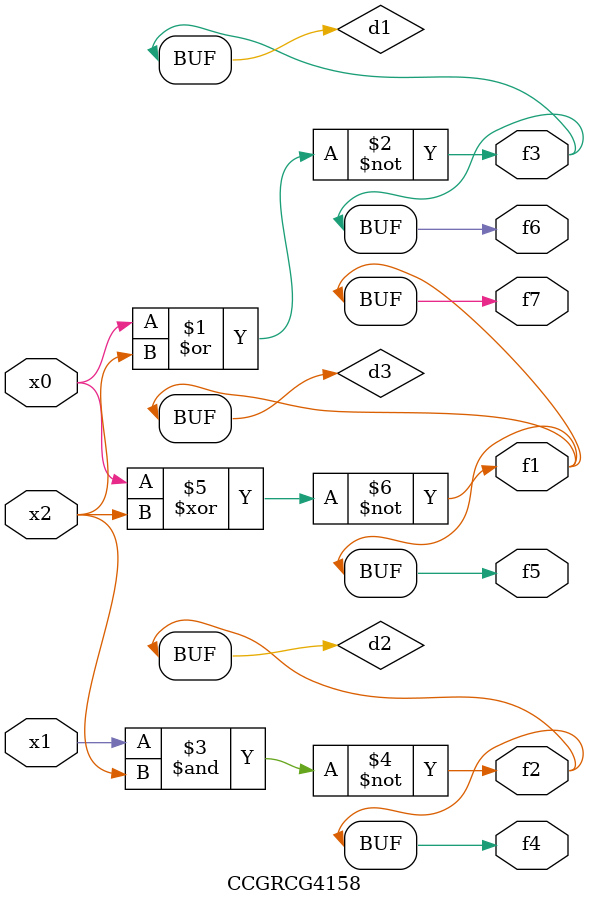
<source format=v>
module CCGRCG4158(
	input x0, x1, x2,
	output f1, f2, f3, f4, f5, f6, f7
);

	wire d1, d2, d3;

	nor (d1, x0, x2);
	nand (d2, x1, x2);
	xnor (d3, x0, x2);
	assign f1 = d3;
	assign f2 = d2;
	assign f3 = d1;
	assign f4 = d2;
	assign f5 = d3;
	assign f6 = d1;
	assign f7 = d3;
endmodule

</source>
